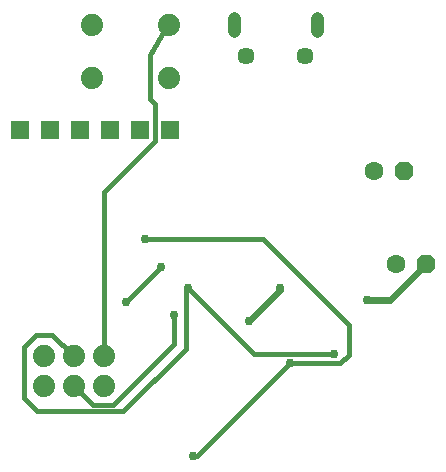
<source format=gbr>
G04 EAGLE Gerber RS-274X export*
G75*
%MOMM*%
%FSLAX34Y34*%
%LPD*%
%INBottom Copper*%
%IPPOS*%
%AMOC8*
5,1,8,0,0,1.08239X$1,22.5*%
G01*
%ADD10C,1.879600*%
%ADD11R,1.530000X1.530000*%
%ADD12C,1.450000*%
%ADD13C,1.108000*%
%ADD14P,1.732040X8X22.500000*%
%ADD15C,1.600200*%
%ADD16C,0.756400*%
%ADD17C,0.609600*%
%ADD18C,0.381000*%


D10*
X98340Y137840D03*
X98340Y112440D03*
X123740Y137840D03*
X123740Y112440D03*
X149140Y137840D03*
X149140Y112440D03*
X204212Y373444D03*
X139188Y373444D03*
X204212Y418656D03*
X139188Y418656D03*
D11*
X204600Y329400D03*
X179200Y329400D03*
X153800Y329400D03*
X128400Y329400D03*
X103000Y329400D03*
X77600Y329400D03*
D12*
X319300Y392100D03*
X269300Y392100D03*
D13*
X329300Y413560D02*
X329300Y424640D01*
X259300Y424640D02*
X259300Y413560D01*
D14*
X403200Y294500D03*
D15*
X377800Y294500D03*
D14*
X421400Y216500D03*
D15*
X396000Y216500D03*
D16*
X272000Y168000D03*
X298000Y196000D03*
D17*
X298000Y194000D02*
X272000Y168000D01*
X298000Y194000D02*
X298000Y196000D01*
D16*
X372000Y186000D03*
D17*
X390900Y186000D01*
X421400Y216500D01*
D18*
X220027Y196024D02*
X220027Y196019D01*
X218026Y144018D02*
X165353Y91345D01*
X92679Y91345D01*
X81344Y102680D01*
X81344Y146018D01*
X91345Y156019D01*
X105347Y156019D01*
X122682Y138684D01*
X123740Y137840D01*
D16*
X220027Y196024D03*
X344043Y140018D03*
D18*
X276028Y140018D02*
X220027Y196019D01*
X276028Y140018D02*
X344043Y140018D01*
X218026Y144018D02*
X218026Y194023D01*
X220027Y196024D01*
X197358Y213360D02*
X168021Y184023D01*
D16*
X168021Y184023D03*
X197358Y213360D03*
D18*
X124443Y112254D02*
X140018Y96679D01*
X156686Y96679D01*
X208026Y148019D01*
X208026Y172687D01*
X124443Y112254D02*
X123740Y112440D01*
D16*
X208026Y172687D03*
D18*
X306705Y132017D02*
X228028Y53340D01*
X224028Y53340D01*
X184023Y237363D02*
X283366Y237363D01*
X356044Y164685D01*
X356044Y139351D01*
X348710Y132017D01*
X306705Y132017D01*
D16*
X224028Y53340D03*
X306705Y132017D03*
X184023Y237363D03*
D18*
X149352Y277368D02*
X149352Y138684D01*
X149352Y277368D02*
X192024Y320040D01*
X149352Y138684D02*
X149140Y137840D01*
X200719Y415163D02*
X204212Y418656D01*
X200719Y415163D02*
X188000Y393359D01*
X192024Y351976D02*
X192024Y320040D01*
X188000Y356000D02*
X188000Y393359D01*
X188000Y356000D02*
X192024Y351976D01*
M02*

</source>
